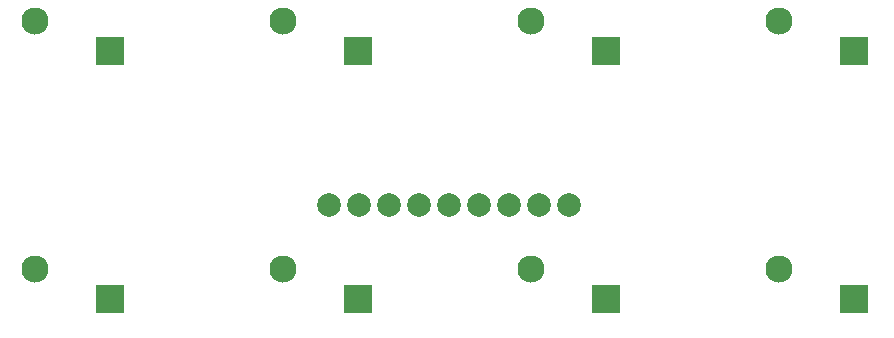
<source format=gbs>
%FSLAX33Y33*%
%MOMM*%
%AMRect-W2300000-H2300000-RO1.000*
21,1,2.3,2.3,0.,0.,180*%
%ADD10C,2.3*%
%ADD11C,0.08*%
%ADD12Rect-W2300000-H2300000-RO1.000*%
%ADD13C,2.*%
D10*
%LNbottom solder mask_traces*%
%LNbottom solder mask component 118461a693938141*%
G01*
X68960Y-4420D03*
D11*
X71500Y-9500D03*
D12*
X75310Y-6960D03*
%LNbottom solder mask component b7764440c1067c91*%
D10*
X47960Y-25420D03*
D11*
X50500Y-30500D03*
D12*
X54310Y-27960D03*
%LNbottom solder mask component ed0e58f81314bdfd*%
D10*
X5960Y-4420D03*
D11*
X8500Y-9500D03*
D12*
X12310Y-6960D03*
%LNbottom solder mask component b3c71203d1b20706*%
D10*
X47960Y-4420D03*
D11*
X50500Y-9500D03*
D12*
X54310Y-6960D03*
%LNbottom solder mask component a3b9f0071d7600ca*%
D13*
X30840Y-20000D03*
X33380Y-20000D03*
X35920Y-20000D03*
X38460Y-20000D03*
X41000Y-20000D03*
X43540Y-20000D03*
X46080Y-20000D03*
X48620Y-20000D03*
X51160Y-20000D03*
%LNbottom solder mask component 0ae264cf7c3ad07f*%
D10*
X68960Y-25420D03*
D11*
X71500Y-30500D03*
D12*
X75310Y-27960D03*
%LNbottom solder mask component 06c8c79044f291b9*%
D10*
X26960Y-25420D03*
D11*
X29500Y-30500D03*
D12*
X33310Y-27960D03*
%LNbottom solder mask component c5ff65cb899c6344*%
D10*
X5960Y-25420D03*
D11*
X8500Y-30500D03*
D12*
X12310Y-27960D03*
%LNbottom solder mask component 7c0abfb9efbc0124*%
D10*
X26960Y-4420D03*
D11*
X29500Y-9500D03*
D12*
X33310Y-6960D03*
M02*
</source>
